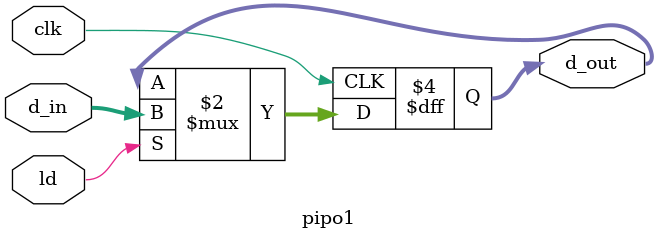
<source format=v>
`timescale 1ns / 1ps
module pipo1(
    input [15:0]d_in,
    input ld, clk,
    output reg[15:0]d_out
    );
    
    always@(posedge clk)
    begin
        if(ld) 
            d_out<=d_in;
    end               
endmodule

</source>
